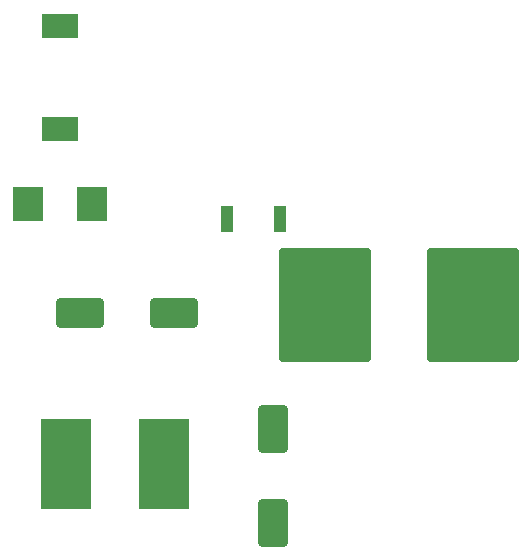
<source format=gtp>
%TF.GenerationSoftware,KiCad,Pcbnew,6.0.9-8da3e8f707~117~ubuntu20.04.1*%
%TF.CreationDate,2022-12-20T10:53:49+01:00*%
%TF.ProjectId,220AC-mini-C3-board,32323041-432d-46d6-996e-692d43332d62,rev?*%
%TF.SameCoordinates,Original*%
%TF.FileFunction,Paste,Top*%
%TF.FilePolarity,Positive*%
%FSLAX46Y46*%
G04 Gerber Fmt 4.6, Leading zero omitted, Abs format (unit mm)*
G04 Created by KiCad (PCBNEW 6.0.9-8da3e8f707~117~ubuntu20.04.1) date 2022-12-20 10:53:49*
%MOMM*%
%LPD*%
G01*
G04 APERTURE LIST*
G04 Aperture macros list*
%AMRoundRect*
0 Rectangle with rounded corners*
0 $1 Rounding radius*
0 $2 $3 $4 $5 $6 $7 $8 $9 X,Y pos of 4 corners*
0 Add a 4 corners polygon primitive as box body*
4,1,4,$2,$3,$4,$5,$6,$7,$8,$9,$2,$3,0*
0 Add four circle primitives for the rounded corners*
1,1,$1+$1,$2,$3*
1,1,$1+$1,$4,$5*
1,1,$1+$1,$6,$7*
1,1,$1+$1,$8,$9*
0 Add four rect primitives between the rounded corners*
20,1,$1+$1,$2,$3,$4,$5,0*
20,1,$1+$1,$4,$5,$6,$7,0*
20,1,$1+$1,$6,$7,$8,$9,0*
20,1,$1+$1,$8,$9,$2,$3,0*%
G04 Aperture macros list end*
%ADD10R,2.603500X2.895600*%
%ADD11RoundRect,0.249998X3.650002X4.550002X-3.650002X4.550002X-3.650002X-4.550002X3.650002X-4.550002X0*%
%ADD12R,1.117600X2.311400*%
%ADD13R,3.124200X2.057400*%
%ADD14RoundRect,0.250000X-1.750000X-1.000000X1.750000X-1.000000X1.750000X1.000000X-1.750000X1.000000X0*%
%ADD15RoundRect,0.250000X1.000000X-1.750000X1.000000X1.750000X-1.000000X1.750000X-1.000000X-1.750000X0*%
%ADD16R,4.305300X7.594600*%
G04 APERTURE END LIST*
D10*
%TO.C,R1*%
X121748750Y-79800000D03*
X116351250Y-79800000D03*
%TD*%
D11*
%TO.C,C1*%
X154007500Y-88350000D03*
X141507500Y-88350000D03*
%TD*%
D12*
%TO.C,CY1*%
X133202100Y-81100000D03*
X137697900Y-81100000D03*
%TD*%
D13*
%TO.C,F1*%
X119050000Y-64731200D03*
X119050000Y-73468800D03*
%TD*%
D14*
%TO.C,C2*%
X120750000Y-89100000D03*
X128750000Y-89100000D03*
%TD*%
D15*
%TO.C,C3*%
X137100000Y-106850000D03*
X137100000Y-98850000D03*
%TD*%
D16*
%TO.C,L1*%
X119553450Y-101850000D03*
X127846550Y-101850000D03*
%TD*%
M02*

</source>
